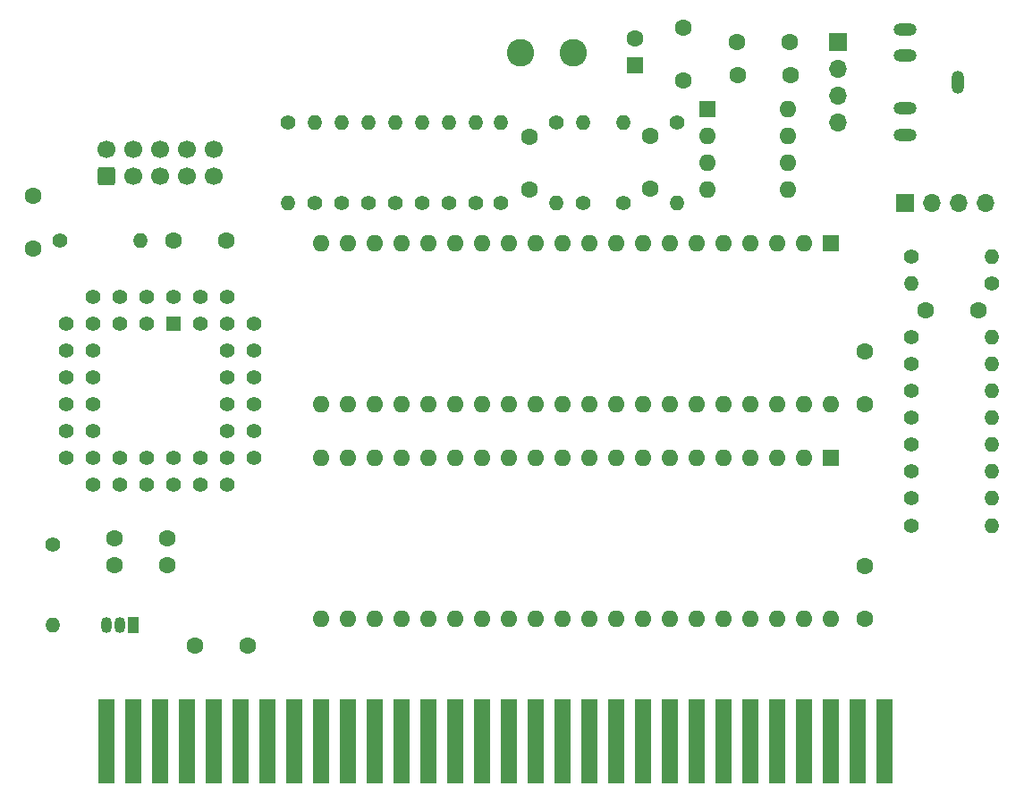
<source format=gbs>
%TF.GenerationSoftware,KiCad,Pcbnew,(6.0.8)*%
%TF.CreationDate,2022-10-26T09:36:09+07:00*%
%TF.ProjectId,TS_Ext_EPM3032,54535f45-7874-45f4-9550-4d333033322e,1.1*%
%TF.SameCoordinates,Original*%
%TF.FileFunction,Soldermask,Bot*%
%TF.FilePolarity,Negative*%
%FSLAX46Y46*%
G04 Gerber Fmt 4.6, Leading zero omitted, Abs format (unit mm)*
G04 Created by KiCad (PCBNEW (6.0.8)) date 2022-10-26 09:36:09*
%MOMM*%
%LPD*%
G01*
G04 APERTURE LIST*
G04 Aperture macros list*
%AMRoundRect*
0 Rectangle with rounded corners*
0 $1 Rounding radius*
0 $2 $3 $4 $5 $6 $7 $8 $9 X,Y pos of 4 corners*
0 Add a 4 corners polygon primitive as box body*
4,1,4,$2,$3,$4,$5,$6,$7,$8,$9,$2,$3,0*
0 Add four circle primitives for the rounded corners*
1,1,$1+$1,$2,$3*
1,1,$1+$1,$4,$5*
1,1,$1+$1,$6,$7*
1,1,$1+$1,$8,$9*
0 Add four rect primitives between the rounded corners*
20,1,$1+$1,$2,$3,$4,$5,0*
20,1,$1+$1,$4,$5,$6,$7,0*
20,1,$1+$1,$6,$7,$8,$9,0*
20,1,$1+$1,$8,$9,$2,$3,0*%
G04 Aperture macros list end*
%ADD10C,1.600000*%
%ADD11R,1.050000X1.500000*%
%ADD12O,1.050000X1.500000*%
%ADD13C,1.400000*%
%ADD14O,1.400000X1.400000*%
%ADD15R,1.600000X1.600000*%
%ADD16O,1.600000X1.600000*%
%ADD17R,1.600000X8.000000*%
%ADD18R,1.422400X1.422400*%
%ADD19C,1.422400*%
%ADD20O,2.200000X1.200000*%
%ADD21O,1.200000X2.200000*%
%ADD22RoundRect,0.250000X0.600000X-0.600000X0.600000X0.600000X-0.600000X0.600000X-0.600000X-0.600000X0*%
%ADD23C,1.700000*%
%ADD24C,2.600000*%
%ADD25R,1.700000X1.700000*%
%ADD26O,1.700000X1.700000*%
G04 APERTURE END LIST*
D10*
%TO.C,C4*%
X108585000Y-83820000D03*
X108585000Y-78820000D03*
%TD*%
D11*
%TO.C,Q1*%
X39370000Y-84455000D03*
D12*
X38100000Y-84455000D03*
X36830000Y-84455000D03*
%TD*%
D13*
%TO.C,R21*%
X90805000Y-36830000D03*
D14*
X90805000Y-44450000D03*
%TD*%
D15*
%TO.C,U4*%
X105410000Y-68580000D03*
D16*
X102870000Y-68580000D03*
X100330000Y-68580000D03*
X97790000Y-68580000D03*
X95250000Y-68580000D03*
X92710000Y-68580000D03*
X90170000Y-68580000D03*
X87630000Y-68580000D03*
X85090000Y-68580000D03*
X82550000Y-68580000D03*
X80010000Y-68580000D03*
X77470000Y-68580000D03*
X74930000Y-68580000D03*
X72390000Y-68580000D03*
X69850000Y-68580000D03*
X67310000Y-68580000D03*
X64770000Y-68580000D03*
X62230000Y-68580000D03*
X59690000Y-68580000D03*
X57150000Y-68580000D03*
X57150000Y-83820000D03*
X59690000Y-83820000D03*
X62230000Y-83820000D03*
X64770000Y-83820000D03*
X67310000Y-83820000D03*
X69850000Y-83820000D03*
X72390000Y-83820000D03*
X74930000Y-83820000D03*
X77470000Y-83820000D03*
X80010000Y-83820000D03*
X82550000Y-83820000D03*
X85090000Y-83820000D03*
X87630000Y-83820000D03*
X90170000Y-83820000D03*
X92710000Y-83820000D03*
X95250000Y-83820000D03*
X97790000Y-83820000D03*
X100330000Y-83820000D03*
X102870000Y-83820000D03*
X105410000Y-83820000D03*
%TD*%
D17*
%TO.C,J3*%
X36830000Y-95478600D03*
X39370000Y-95478600D03*
X41910000Y-95478600D03*
X44450000Y-95478600D03*
X46990000Y-95478600D03*
X49530000Y-95478600D03*
X52070000Y-95478600D03*
X54610000Y-95478600D03*
X57150000Y-95478600D03*
X59690000Y-95478600D03*
X62230000Y-95478600D03*
X64770000Y-95478600D03*
X67310000Y-95478600D03*
X69850000Y-95478600D03*
X72390000Y-95478600D03*
X74930000Y-95478600D03*
X77470000Y-95478600D03*
X80010000Y-95478600D03*
X82550000Y-95478600D03*
X85090000Y-95478600D03*
X87630000Y-95478600D03*
X90170000Y-95478600D03*
X92710000Y-95478600D03*
X95250000Y-95478600D03*
X97790000Y-95478600D03*
X100330000Y-95478600D03*
X102870000Y-95478600D03*
X105410000Y-95478600D03*
X107950000Y-95478600D03*
X110490000Y-95478600D03*
%TD*%
D13*
%TO.C,R2*%
X53975000Y-36830000D03*
D14*
X53975000Y-44450000D03*
%TD*%
D13*
%TO.C,R16*%
X113030000Y-72390000D03*
D14*
X120650000Y-72390000D03*
%TD*%
D18*
%TO.C,U1*%
X43180000Y-55880000D03*
D19*
X40640000Y-53340000D03*
X40640000Y-55880000D03*
X38100000Y-53340000D03*
X38100000Y-55880000D03*
X35560000Y-53340000D03*
X33020000Y-55880000D03*
X35560000Y-55880000D03*
X33020000Y-58420000D03*
X35560000Y-58420000D03*
X33020000Y-60960000D03*
X35560000Y-60960000D03*
X33020000Y-63500000D03*
X35560000Y-63500000D03*
X33020000Y-66040000D03*
X35560000Y-66040000D03*
X33020000Y-68580000D03*
X35560000Y-71120000D03*
X35560000Y-68580000D03*
X38100000Y-71120000D03*
X38100000Y-68580000D03*
X40640000Y-71120000D03*
X40640000Y-68580000D03*
X43180000Y-71120000D03*
X43180000Y-68580000D03*
X45720000Y-71120000D03*
X45720000Y-68580000D03*
X48260000Y-71120000D03*
X50800000Y-68580000D03*
X48260000Y-68580000D03*
X50800000Y-66040000D03*
X48260000Y-66040000D03*
X50800000Y-63500000D03*
X48260000Y-63500000D03*
X50800000Y-60960000D03*
X48260000Y-60960000D03*
X50800000Y-58420000D03*
X48260000Y-58420000D03*
X50800000Y-55880000D03*
X48260000Y-53340000D03*
X48260000Y-55880000D03*
X45720000Y-53340000D03*
X45720000Y-55880000D03*
X43180000Y-53340000D03*
%TD*%
D13*
%TO.C,R22*%
X85725000Y-44450000D03*
D14*
X85725000Y-36830000D03*
%TD*%
D10*
%TO.C,C8*%
X29845000Y-48815000D03*
X29845000Y-43815000D03*
%TD*%
D13*
%TO.C,R25*%
X31750000Y-76835000D03*
D14*
X31750000Y-84455000D03*
%TD*%
D15*
%TO.C,U5*%
X93726000Y-35560000D03*
D16*
X93726000Y-38100000D03*
X93726000Y-40640000D03*
X93726000Y-43180000D03*
X101346000Y-43180000D03*
X101346000Y-40640000D03*
X101346000Y-38100000D03*
X101346000Y-35560000D03*
%TD*%
D20*
%TO.C,J5*%
X112420000Y-38020000D03*
X112420000Y-35520000D03*
D21*
X117420000Y-33020000D03*
D20*
X112420000Y-28020000D03*
X112420000Y-30520000D03*
%TD*%
D22*
%TO.C,J1*%
X36830000Y-41910000D03*
D23*
X36830000Y-39370000D03*
X39370000Y-41910000D03*
X39370000Y-39370000D03*
X41910000Y-41910000D03*
X41910000Y-39370000D03*
X44450000Y-41910000D03*
X44450000Y-39370000D03*
X46990000Y-41910000D03*
X46990000Y-39370000D03*
%TD*%
D13*
%TO.C,R24*%
X113030000Y-49530000D03*
D14*
X120650000Y-49530000D03*
%TD*%
D24*
%TO.C,L1*%
X81026000Y-30226000D03*
X76026000Y-30226000D03*
%TD*%
D13*
%TO.C,R11*%
X113030000Y-59690000D03*
D14*
X120650000Y-59690000D03*
%TD*%
D15*
%TO.C,U3*%
X105410000Y-48260000D03*
D16*
X102870000Y-48260000D03*
X100330000Y-48260000D03*
X97790000Y-48260000D03*
X95250000Y-48260000D03*
X92710000Y-48260000D03*
X90170000Y-48260000D03*
X87630000Y-48260000D03*
X85090000Y-48260000D03*
X82550000Y-48260000D03*
X80010000Y-48260000D03*
X77470000Y-48260000D03*
X74930000Y-48260000D03*
X72390000Y-48260000D03*
X69850000Y-48260000D03*
X67310000Y-48260000D03*
X64770000Y-48260000D03*
X62230000Y-48260000D03*
X59690000Y-48260000D03*
X57150000Y-48260000D03*
X57150000Y-63500000D03*
X59690000Y-63500000D03*
X62230000Y-63500000D03*
X64770000Y-63500000D03*
X67310000Y-63500000D03*
X69850000Y-63500000D03*
X72390000Y-63500000D03*
X74930000Y-63500000D03*
X77470000Y-63500000D03*
X80010000Y-63500000D03*
X82550000Y-63500000D03*
X85090000Y-63500000D03*
X87630000Y-63500000D03*
X90170000Y-63500000D03*
X92710000Y-63500000D03*
X95250000Y-63500000D03*
X97790000Y-63500000D03*
X100330000Y-63500000D03*
X102870000Y-63500000D03*
X105410000Y-63500000D03*
%TD*%
D25*
%TO.C,J4*%
X106045000Y-29220000D03*
D26*
X106045000Y-31760000D03*
X106045000Y-34300000D03*
X106045000Y-36840000D03*
%TD*%
D10*
%TO.C,C5*%
X50165000Y-86360000D03*
X45165000Y-86360000D03*
%TD*%
D15*
%TO.C,C1*%
X86868000Y-31431113D03*
D10*
X86868000Y-28931113D03*
%TD*%
D13*
%TO.C,R8*%
X71755000Y-44450000D03*
D14*
X71755000Y-36830000D03*
%TD*%
D13*
%TO.C,R12*%
X113030000Y-62230000D03*
D14*
X120650000Y-62230000D03*
%TD*%
D13*
%TO.C,R13*%
X113030000Y-64770000D03*
D14*
X120650000Y-64770000D03*
%TD*%
D10*
%TO.C,C6*%
X42545000Y-78740000D03*
X37545000Y-78740000D03*
%TD*%
%TO.C,C9*%
X42545000Y-76200000D03*
X37545000Y-76200000D03*
%TD*%
D13*
%TO.C,R18*%
X56515000Y-44450000D03*
D14*
X56515000Y-36830000D03*
%TD*%
D13*
%TO.C,R15*%
X113030000Y-69850000D03*
D14*
X120650000Y-69850000D03*
%TD*%
D10*
%TO.C,C7*%
X43180000Y-48006000D03*
X48180000Y-48006000D03*
%TD*%
%TO.C,C12*%
X88265000Y-38100000D03*
X88265000Y-43100000D03*
%TD*%
D13*
%TO.C,R9*%
X74168000Y-44450000D03*
D14*
X74168000Y-36830000D03*
%TD*%
D13*
%TO.C,R7*%
X69215000Y-44450000D03*
D14*
X69215000Y-36830000D03*
%TD*%
D13*
%TO.C,R6*%
X66675000Y-44450000D03*
D14*
X66675000Y-36830000D03*
%TD*%
D10*
%TO.C,C2*%
X91440000Y-32893000D03*
X91440000Y-27893000D03*
%TD*%
%TO.C,C11*%
X119380000Y-54610000D03*
X114380000Y-54610000D03*
%TD*%
D13*
%TO.C,R14*%
X113030000Y-67310000D03*
D14*
X120650000Y-67310000D03*
%TD*%
D13*
%TO.C,R4*%
X61595000Y-44450000D03*
D14*
X61595000Y-36830000D03*
%TD*%
D10*
%TO.C,C3*%
X108585000Y-63500000D03*
X108585000Y-58500000D03*
%TD*%
D13*
%TO.C,R23*%
X81915000Y-44450000D03*
D14*
X81915000Y-36830000D03*
%TD*%
D13*
%TO.C,R10*%
X113030000Y-57150000D03*
D14*
X120650000Y-57150000D03*
%TD*%
D10*
%TO.C,C13*%
X96520000Y-29210000D03*
X101520000Y-29210000D03*
%TD*%
D25*
%TO.C,J2*%
X112395000Y-44450000D03*
D26*
X114935000Y-44450000D03*
X117475000Y-44450000D03*
X120015000Y-44450000D03*
%TD*%
D13*
%TO.C,R3*%
X59055000Y-44450000D03*
D14*
X59055000Y-36830000D03*
%TD*%
D13*
%TO.C,R17*%
X113030000Y-75057000D03*
D14*
X120650000Y-75057000D03*
%TD*%
D13*
%TO.C,R1*%
X32385000Y-48006000D03*
D14*
X40005000Y-48006000D03*
%TD*%
D10*
%TO.C,C14*%
X101600000Y-32385000D03*
X96600000Y-32385000D03*
%TD*%
D13*
%TO.C,R5*%
X64135000Y-44450000D03*
D14*
X64135000Y-36830000D03*
%TD*%
D13*
%TO.C,R20*%
X120650000Y-52070000D03*
D14*
X113030000Y-52070000D03*
%TD*%
D13*
%TO.C,R19*%
X79375000Y-36830000D03*
D14*
X79375000Y-44450000D03*
%TD*%
D10*
%TO.C,C10*%
X76835000Y-43180000D03*
X76835000Y-38180000D03*
%TD*%
M02*

</source>
